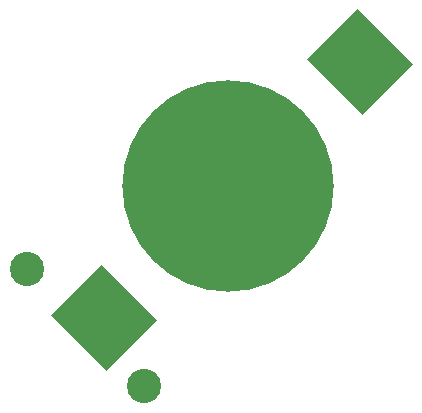
<source format=gbr>
G04 #@! TF.GenerationSoftware,KiCad,Pcbnew,(6.0.9)*
G04 #@! TF.CreationDate,2022-11-30T18:40:26+01:00*
G04 #@! TF.ProjectId,parasite - 45deg,70617261-7369-4746-9520-2d2034356465,1.2.0*
G04 #@! TF.SameCoordinates,Original*
G04 #@! TF.FileFunction,Soldermask,Bot*
G04 #@! TF.FilePolarity,Negative*
%FSLAX46Y46*%
G04 Gerber Fmt 4.6, Leading zero omitted, Abs format (unit mm)*
G04 Created by KiCad (PCBNEW (6.0.9)) date 2022-11-30 18:40:26*
%MOMM*%
%LPD*%
G01*
G04 APERTURE LIST*
G04 Aperture macros list*
%AMRoundRect*
0 Rectangle with rounded corners*
0 $1 Rounding radius*
0 $2 $3 $4 $5 $6 $7 $8 $9 X,Y pos of 4 corners*
0 Add a 4 corners polygon primitive as box body*
4,1,4,$2,$3,$4,$5,$6,$7,$8,$9,$2,$3,0*
0 Add four circle primitives for the rounded corners*
1,1,$1+$1,$2,$3*
1,1,$1+$1,$4,$5*
1,1,$1+$1,$6,$7*
1,1,$1+$1,$8,$9*
0 Add four rect primitives between the rounded corners*
20,1,$1+$1,$2,$3,$4,$5,0*
20,1,$1+$1,$4,$5,$6,$7,0*
20,1,$1+$1,$6,$7,$8,$9,0*
20,1,$1+$1,$8,$9,$2,$3,0*%
G04 Aperture macros list end*
%ADD10C,2.902000*%
%ADD11RoundRect,0.051000X-0.176777X4.419417X-4.419417X0.176777X0.176777X-4.419417X4.419417X-0.176777X0*%
%ADD12C,17.902000*%
G04 APERTURE END LIST*
D10*
X93511299Y-80638194D03*
D11*
X90117187Y-74839918D03*
X111754654Y-53202451D03*
D12*
X100582367Y-63667631D03*
D10*
X83611804Y-70738699D03*
M02*

</source>
